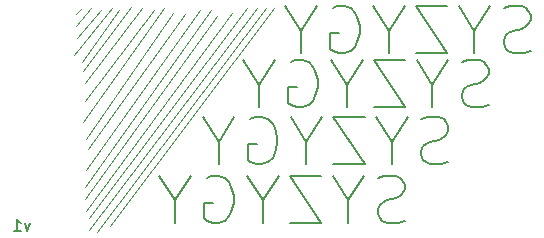
<source format=gbo>
%TF.GenerationSoftware,KiCad,Pcbnew,5.1.9+dfsg1-1*%
%TF.CreationDate,2022-01-14T18:57:29-05:00*%
%TF.ProjectId,samd21g17d,73616d64-3231-4673-9137-642e6b696361,rev?*%
%TF.SameCoordinates,Original*%
%TF.FileFunction,Legend,Bot*%
%TF.FilePolarity,Positive*%
%FSLAX46Y46*%
G04 Gerber Fmt 4.6, Leading zero omitted, Abs format (unit mm)*
G04 Created by KiCad (PCBNEW 5.1.9+dfsg1-1) date 2022-01-14 18:57:29*
%MOMM*%
%LPD*%
G01*
G04 APERTURE LIST*
%ADD10C,0.150000*%
%ADD11C,0.120000*%
%ADD12O,1.000000X1.000000*%
%ADD13R,1.000000X1.000000*%
%ADD14O,1.700000X1.700000*%
%ADD15R,1.700000X1.700000*%
%ADD16O,0.650000X0.650000*%
%ADD17O,1.800000X1.000000*%
%ADD18O,2.100000X1.000000*%
G04 APERTURE END LIST*
D10*
X82883285Y-93638714D02*
X82645190Y-94305380D01*
X82407095Y-93638714D01*
X81502333Y-94305380D02*
X82073761Y-94305380D01*
X81788047Y-94305380D02*
X81788047Y-93305380D01*
X81883285Y-93448238D01*
X81978523Y-93543476D01*
X82073761Y-93591095D01*
D11*
X86741000Y-75946000D02*
X87249000Y-75438000D01*
X88011000Y-75438000D02*
X86741000Y-76962000D01*
X86868000Y-77978000D02*
X88900000Y-75565000D01*
X89789000Y-75438000D02*
X86614000Y-79375000D01*
X87249000Y-80010000D02*
X90424000Y-75565000D01*
X91440000Y-75311000D02*
X87376000Y-80772000D01*
X87503000Y-81788000D02*
X92329000Y-75438000D01*
X93345000Y-75565000D02*
X87503000Y-83312000D01*
X87376000Y-85090000D02*
X94234000Y-75438000D01*
X94996000Y-75819000D02*
X87630000Y-86487000D01*
X87757000Y-87376000D02*
X96012000Y-75946000D01*
X97282000Y-75565000D02*
X87630000Y-89154000D01*
X87503000Y-90551000D02*
X98171000Y-75565000D01*
X98679000Y-76073000D02*
X87503000Y-91567000D01*
X87630000Y-92583000D02*
X99949000Y-75819000D01*
X101219000Y-75438000D02*
X87884000Y-93218000D01*
X87884000Y-94234000D02*
X102108000Y-75438000D01*
X102870000Y-75438000D02*
X88519000Y-94361000D01*
X103505000Y-75438000D02*
X89662000Y-93853000D01*
D10*
X114584476Y-93440047D02*
X114013047Y-93630523D01*
X113060666Y-93630523D01*
X112679714Y-93440047D01*
X112489238Y-93249571D01*
X112298761Y-92868619D01*
X112298761Y-92487666D01*
X112489238Y-92106714D01*
X112679714Y-91916238D01*
X113060666Y-91725761D01*
X113822571Y-91535285D01*
X114203523Y-91344809D01*
X114394000Y-91154333D01*
X114584476Y-90773380D01*
X114584476Y-90392428D01*
X114394000Y-90011476D01*
X114203523Y-89821000D01*
X113822571Y-89630523D01*
X112870190Y-89630523D01*
X112298761Y-89821000D01*
X109822571Y-91725761D02*
X109822571Y-93630523D01*
X111155904Y-89630523D02*
X109822571Y-91725761D01*
X108489238Y-89630523D01*
X107536857Y-89630523D02*
X104870190Y-89630523D01*
X107536857Y-93630523D01*
X104870190Y-93630523D01*
X102584476Y-91725761D02*
X102584476Y-93630523D01*
X103917809Y-89630523D02*
X102584476Y-91725761D01*
X101251142Y-89630523D01*
X97822571Y-89821000D02*
X98203523Y-89630523D01*
X98774952Y-89630523D01*
X99346380Y-89821000D01*
X99727333Y-90201952D01*
X99917809Y-90582904D01*
X100108285Y-91344809D01*
X100108285Y-91916238D01*
X99917809Y-92678142D01*
X99727333Y-93059095D01*
X99346380Y-93440047D01*
X98774952Y-93630523D01*
X98394000Y-93630523D01*
X97822571Y-93440047D01*
X97632095Y-93249571D01*
X97632095Y-91916238D01*
X98394000Y-91916238D01*
X95155904Y-91725761D02*
X95155904Y-93630523D01*
X96489238Y-89630523D02*
X95155904Y-91725761D01*
X93822571Y-89630523D01*
X118267476Y-88487047D02*
X117696047Y-88677523D01*
X116743666Y-88677523D01*
X116362714Y-88487047D01*
X116172238Y-88296571D01*
X115981761Y-87915619D01*
X115981761Y-87534666D01*
X116172238Y-87153714D01*
X116362714Y-86963238D01*
X116743666Y-86772761D01*
X117505571Y-86582285D01*
X117886523Y-86391809D01*
X118077000Y-86201333D01*
X118267476Y-85820380D01*
X118267476Y-85439428D01*
X118077000Y-85058476D01*
X117886523Y-84868000D01*
X117505571Y-84677523D01*
X116553190Y-84677523D01*
X115981761Y-84868000D01*
X113505571Y-86772761D02*
X113505571Y-88677523D01*
X114838904Y-84677523D02*
X113505571Y-86772761D01*
X112172238Y-84677523D01*
X111219857Y-84677523D02*
X108553190Y-84677523D01*
X111219857Y-88677523D01*
X108553190Y-88677523D01*
X106267476Y-86772761D02*
X106267476Y-88677523D01*
X107600809Y-84677523D02*
X106267476Y-86772761D01*
X104934142Y-84677523D01*
X101505571Y-84868000D02*
X101886523Y-84677523D01*
X102457952Y-84677523D01*
X103029380Y-84868000D01*
X103410333Y-85248952D01*
X103600809Y-85629904D01*
X103791285Y-86391809D01*
X103791285Y-86963238D01*
X103600809Y-87725142D01*
X103410333Y-88106095D01*
X103029380Y-88487047D01*
X102457952Y-88677523D01*
X102077000Y-88677523D01*
X101505571Y-88487047D01*
X101315095Y-88296571D01*
X101315095Y-86963238D01*
X102077000Y-86963238D01*
X98838904Y-86772761D02*
X98838904Y-88677523D01*
X100172238Y-84677523D02*
X98838904Y-86772761D01*
X97505571Y-84677523D01*
X121696476Y-83661047D02*
X121125047Y-83851523D01*
X120172666Y-83851523D01*
X119791714Y-83661047D01*
X119601238Y-83470571D01*
X119410761Y-83089619D01*
X119410761Y-82708666D01*
X119601238Y-82327714D01*
X119791714Y-82137238D01*
X120172666Y-81946761D01*
X120934571Y-81756285D01*
X121315523Y-81565809D01*
X121506000Y-81375333D01*
X121696476Y-80994380D01*
X121696476Y-80613428D01*
X121506000Y-80232476D01*
X121315523Y-80042000D01*
X120934571Y-79851523D01*
X119982190Y-79851523D01*
X119410761Y-80042000D01*
X116934571Y-81946761D02*
X116934571Y-83851523D01*
X118267904Y-79851523D02*
X116934571Y-81946761D01*
X115601238Y-79851523D01*
X114648857Y-79851523D02*
X111982190Y-79851523D01*
X114648857Y-83851523D01*
X111982190Y-83851523D01*
X109696476Y-81946761D02*
X109696476Y-83851523D01*
X111029809Y-79851523D02*
X109696476Y-81946761D01*
X108363142Y-79851523D01*
X104934571Y-80042000D02*
X105315523Y-79851523D01*
X105886952Y-79851523D01*
X106458380Y-80042000D01*
X106839333Y-80422952D01*
X107029809Y-80803904D01*
X107220285Y-81565809D01*
X107220285Y-82137238D01*
X107029809Y-82899142D01*
X106839333Y-83280095D01*
X106458380Y-83661047D01*
X105886952Y-83851523D01*
X105506000Y-83851523D01*
X104934571Y-83661047D01*
X104744095Y-83470571D01*
X104744095Y-82137238D01*
X105506000Y-82137238D01*
X102267904Y-81946761D02*
X102267904Y-83851523D01*
X103601238Y-79851523D02*
X102267904Y-81946761D01*
X100934571Y-79851523D01*
X125252476Y-79089047D02*
X124681047Y-79279523D01*
X123728666Y-79279523D01*
X123347714Y-79089047D01*
X123157238Y-78898571D01*
X122966761Y-78517619D01*
X122966761Y-78136666D01*
X123157238Y-77755714D01*
X123347714Y-77565238D01*
X123728666Y-77374761D01*
X124490571Y-77184285D01*
X124871523Y-76993809D01*
X125062000Y-76803333D01*
X125252476Y-76422380D01*
X125252476Y-76041428D01*
X125062000Y-75660476D01*
X124871523Y-75470000D01*
X124490571Y-75279523D01*
X123538190Y-75279523D01*
X122966761Y-75470000D01*
X120490571Y-77374761D02*
X120490571Y-79279523D01*
X121823904Y-75279523D02*
X120490571Y-77374761D01*
X119157238Y-75279523D01*
X118204857Y-75279523D02*
X115538190Y-75279523D01*
X118204857Y-79279523D01*
X115538190Y-79279523D01*
X113252476Y-77374761D02*
X113252476Y-79279523D01*
X114585809Y-75279523D02*
X113252476Y-77374761D01*
X111919142Y-75279523D01*
X108490571Y-75470000D02*
X108871523Y-75279523D01*
X109442952Y-75279523D01*
X110014380Y-75470000D01*
X110395333Y-75850952D01*
X110585809Y-76231904D01*
X110776285Y-76993809D01*
X110776285Y-77565238D01*
X110585809Y-78327142D01*
X110395333Y-78708095D01*
X110014380Y-79089047D01*
X109442952Y-79279523D01*
X109062000Y-79279523D01*
X108490571Y-79089047D01*
X108300095Y-78898571D01*
X108300095Y-77565238D01*
X109062000Y-77565238D01*
X105823904Y-77374761D02*
X105823904Y-79279523D01*
X107157238Y-75279523D02*
X105823904Y-77374761D01*
X104490571Y-75279523D01*
%LPC*%
D12*
%TO.C,DEBUG*%
X124587000Y-87185500D03*
X123317000Y-87185500D03*
X124587000Y-85915500D03*
X123317000Y-85915500D03*
X124587000Y-84645500D03*
X123317000Y-84645500D03*
X124587000Y-83375500D03*
X123317000Y-83375500D03*
X124587000Y-82105500D03*
D13*
X123317000Y-82105500D03*
%TD*%
D14*
%TO.C,J3*%
X124460000Y-73660000D03*
X121920000Y-73660000D03*
X119380000Y-73660000D03*
X116840000Y-73660000D03*
X114300000Y-73660000D03*
X111760000Y-73660000D03*
X109220000Y-73660000D03*
X106680000Y-73660000D03*
X104140000Y-73660000D03*
X101600000Y-73660000D03*
X99060000Y-73660000D03*
X96520000Y-73660000D03*
X93980000Y-73660000D03*
X91440000Y-73660000D03*
X88900000Y-73660000D03*
X86360000Y-73660000D03*
D15*
X83820000Y-73660000D03*
%TD*%
D14*
%TO.C,J2*%
X124460000Y-96520000D03*
X121920000Y-96520000D03*
X119380000Y-96520000D03*
X116840000Y-96520000D03*
X114300000Y-96520000D03*
X111760000Y-96520000D03*
X109220000Y-96520000D03*
X106680000Y-96520000D03*
X104140000Y-96520000D03*
X101600000Y-96520000D03*
X99060000Y-96520000D03*
X96520000Y-96520000D03*
X93980000Y-96520000D03*
X91440000Y-96520000D03*
X88900000Y-96520000D03*
X86360000Y-96520000D03*
D15*
X83820000Y-96520000D03*
%TD*%
D16*
%TO.C,J1*%
X84983000Y-87980000D03*
X84983000Y-82200000D03*
D17*
X81303000Y-89410000D03*
X81303000Y-80770000D03*
D18*
X85483000Y-80770000D03*
X85483000Y-89410000D03*
%TD*%
M02*

</source>
